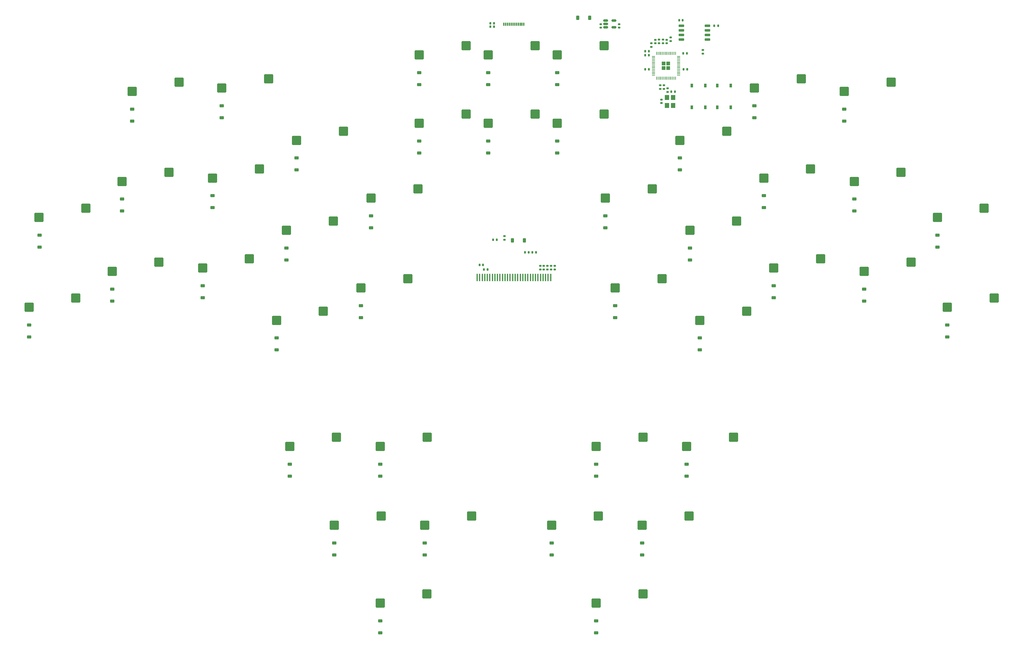
<source format=gbr>
G04 #@! TF.GenerationSoftware,KiCad,Pcbnew,(7.0.0)*
G04 #@! TF.CreationDate,2023-10-12T13:51:26-04:00*
G04 #@! TF.ProjectId,ZBox3-0,5a426f78-332d-4302-9e6b-696361645f70,rev?*
G04 #@! TF.SameCoordinates,Original*
G04 #@! TF.FileFunction,Paste,Bot*
G04 #@! TF.FilePolarity,Positive*
%FSLAX46Y46*%
G04 Gerber Fmt 4.6, Leading zero omitted, Abs format (unit mm)*
G04 Created by KiCad (PCBNEW (7.0.0)) date 2023-10-12 13:51:26*
%MOMM*%
%LPD*%
G01*
G04 APERTURE LIST*
G04 Aperture macros list*
%AMRoundRect*
0 Rectangle with rounded corners*
0 $1 Rounding radius*
0 $2 $3 $4 $5 $6 $7 $8 $9 X,Y pos of 4 corners*
0 Add a 4 corners polygon primitive as box body*
4,1,4,$2,$3,$4,$5,$6,$7,$8,$9,$2,$3,0*
0 Add four circle primitives for the rounded corners*
1,1,$1+$1,$2,$3*
1,1,$1+$1,$4,$5*
1,1,$1+$1,$6,$7*
1,1,$1+$1,$8,$9*
0 Add four rect primitives between the rounded corners*
20,1,$1+$1,$2,$3,$4,$5,0*
20,1,$1+$1,$4,$5,$6,$7,0*
20,1,$1+$1,$6,$7,$8,$9,0*
20,1,$1+$1,$8,$9,$2,$3,0*%
G04 Aperture macros list end*
%ADD10RoundRect,0.250000X-1.025000X-1.000000X1.025000X-1.000000X1.025000X1.000000X-1.025000X1.000000X0*%
%ADD11R,0.400000X2.000000*%
%ADD12RoundRect,0.140000X-0.140000X-0.170000X0.140000X-0.170000X0.140000X0.170000X-0.140000X0.170000X0*%
%ADD13RoundRect,0.225000X0.375000X-0.225000X0.375000X0.225000X-0.375000X0.225000X-0.375000X-0.225000X0*%
%ADD14RoundRect,0.140000X0.170000X-0.140000X0.170000X0.140000X-0.170000X0.140000X-0.170000X-0.140000X0*%
%ADD15RoundRect,0.140000X0.140000X0.170000X-0.140000X0.170000X-0.140000X-0.170000X0.140000X-0.170000X0*%
%ADD16R,1.200000X1.400000*%
%ADD17RoundRect,0.150000X0.650000X0.150000X-0.650000X0.150000X-0.650000X-0.150000X0.650000X-0.150000X0*%
%ADD18RoundRect,0.140000X-0.170000X0.140000X-0.170000X-0.140000X0.170000X-0.140000X0.170000X0.140000X0*%
%ADD19R,0.750000X1.000000*%
%ADD20RoundRect,0.135000X-0.185000X0.135000X-0.185000X-0.135000X0.185000X-0.135000X0.185000X0.135000X0*%
%ADD21RoundRect,0.135000X0.135000X0.185000X-0.135000X0.185000X-0.135000X-0.185000X0.135000X-0.185000X0*%
%ADD22RoundRect,0.135000X0.185000X-0.135000X0.185000X0.135000X-0.185000X0.135000X-0.185000X-0.135000X0*%
%ADD23RoundRect,0.225000X0.225000X0.375000X-0.225000X0.375000X-0.225000X-0.375000X0.225000X-0.375000X0*%
%ADD24RoundRect,0.250000X0.292217X0.292217X-0.292217X0.292217X-0.292217X-0.292217X0.292217X-0.292217X0*%
%ADD25RoundRect,0.050000X0.387500X0.050000X-0.387500X0.050000X-0.387500X-0.050000X0.387500X-0.050000X0*%
%ADD26RoundRect,0.050000X0.050000X0.387500X-0.050000X0.387500X-0.050000X-0.387500X0.050000X-0.387500X0*%
%ADD27R,0.300000X0.900000*%
%ADD28RoundRect,0.135000X-0.135000X-0.185000X0.135000X-0.185000X0.135000X0.185000X-0.135000X0.185000X0*%
%ADD29RoundRect,0.150000X-0.512500X-0.150000X0.512500X-0.150000X0.512500X0.150000X-0.512500X0.150000X0*%
G04 APERTURE END LIST*
D10*
X153103000Y-169607000D03*
X166030000Y-167067000D03*
X140398000Y-191375000D03*
X153325000Y-188835000D03*
X241351000Y-134799000D03*
X254278000Y-132259000D03*
X201957000Y-80408000D03*
X214884000Y-77868000D03*
X81822000Y-96451000D03*
X94749000Y-93911000D03*
X165398000Y-191375000D03*
X178325000Y-188835000D03*
X153059000Y-212931000D03*
X165986000Y-210391000D03*
X238586000Y-109952000D03*
X251513000Y-107412000D03*
X237692000Y-169607000D03*
X250619000Y-167067000D03*
X128103000Y-169607000D03*
X141030000Y-167067000D03*
X261755000Y-120353000D03*
X274682000Y-117813000D03*
X58876000Y-106374000D03*
X71803000Y-103834000D03*
X104040000Y-120353000D03*
X116967000Y-117813000D03*
D11*
X179849999Y-122999999D03*
X180549999Y-122999999D03*
X181249999Y-122999999D03*
X181949999Y-122999999D03*
X182649999Y-122999999D03*
X183349999Y-122999999D03*
X184049999Y-122999999D03*
X184749999Y-122999999D03*
X185449999Y-122999999D03*
X186149999Y-122999999D03*
X186849999Y-122999999D03*
X187549999Y-122999999D03*
X188249999Y-122999999D03*
X188949999Y-122999999D03*
X189649999Y-122999999D03*
X190349999Y-122999999D03*
X191049999Y-122999999D03*
X191749999Y-122999999D03*
X192449999Y-122999999D03*
X193149999Y-122999999D03*
X193849999Y-122999999D03*
X194549999Y-122999999D03*
X195249999Y-122999999D03*
X195949999Y-122999999D03*
X196649999Y-122999999D03*
X197349999Y-122999999D03*
X198049999Y-122999999D03*
X198749999Y-122999999D03*
X199449999Y-122999999D03*
X200149999Y-122999999D03*
D10*
X147804000Y-125893000D03*
X160731000Y-123353000D03*
X306918000Y-106374000D03*
X319845000Y-103834000D03*
X106805000Y-95507000D03*
X119732000Y-92967000D03*
X124444000Y-134799000D03*
X137371000Y-132259000D03*
X182915000Y-61514000D03*
X195842000Y-58974000D03*
X217991000Y-125893000D03*
X230918000Y-123353000D03*
X200397000Y-191375000D03*
X213324000Y-188835000D03*
X212692000Y-169607000D03*
X225619000Y-167067000D03*
X84586000Y-71605000D03*
X97513000Y-69065000D03*
X215226000Y-101046000D03*
X228153000Y-98506000D03*
X127209000Y-109952000D03*
X140136000Y-107412000D03*
X256429000Y-70660000D03*
X269356000Y-68120000D03*
X129973000Y-85105000D03*
X142900000Y-82565000D03*
X225397000Y-191375000D03*
X238324000Y-188835000D03*
X283972000Y-96451000D03*
X296899000Y-93911000D03*
X109365000Y-70660000D03*
X122292000Y-68120000D03*
X182915000Y-80408000D03*
X195842000Y-77868000D03*
X309683000Y-131221000D03*
X322610000Y-128681000D03*
X201957000Y-61514000D03*
X214884000Y-58974000D03*
X163874000Y-61514000D03*
X176801000Y-58974000D03*
X212735000Y-212931000D03*
X225662000Y-210391000D03*
X235822000Y-85105000D03*
X248749000Y-82565000D03*
X56111000Y-131221000D03*
X69038000Y-128681000D03*
X281208000Y-71605000D03*
X294135000Y-69065000D03*
X150569000Y-101046000D03*
X163496000Y-98506000D03*
X258990000Y-95507000D03*
X271917000Y-92967000D03*
X286737000Y-121298000D03*
X299664000Y-118758000D03*
X79057000Y-121298000D03*
X91984000Y-118758000D03*
X163874000Y-80408000D03*
X176801000Y-77868000D03*
D12*
X180500000Y-119500000D03*
X181460000Y-119500000D03*
D13*
X153059000Y-221121000D03*
X153059000Y-217821000D03*
D14*
X233250000Y-57680000D03*
X233250000Y-56720000D03*
D15*
X234430000Y-71700000D03*
X233470000Y-71700000D03*
D12*
X236770000Y-61100000D03*
X237730000Y-61100000D03*
D13*
X150569000Y-109236000D03*
X150569000Y-105936000D03*
D16*
X233949999Y-73249999D03*
X233949999Y-75449999D03*
X232249999Y-75449999D03*
X232249999Y-73249999D03*
D13*
X258990000Y-103697000D03*
X258990000Y-100397000D03*
X241351000Y-142989000D03*
X241351000Y-139689000D03*
X104040000Y-128543000D03*
X104040000Y-125243000D03*
X81822000Y-104641000D03*
X81822000Y-101341000D03*
D17*
X243400000Y-53495000D03*
X243400000Y-54765000D03*
X243400000Y-56035000D03*
X243400000Y-57305000D03*
X236200000Y-57305000D03*
X236200000Y-56035000D03*
X236200000Y-54765000D03*
X236200000Y-53495000D03*
D15*
X227230000Y-65500000D03*
X226270000Y-65500000D03*
D13*
X163874000Y-88598000D03*
X163874000Y-85298000D03*
X309683000Y-139411000D03*
X309683000Y-136111000D03*
D18*
X230400000Y-69920000D03*
X230400000Y-70880000D03*
D19*
X246124999Y-69999999D03*
X246124999Y-75999999D03*
X249874999Y-69999999D03*
X249874999Y-75999999D03*
D20*
X231150000Y-57290000D03*
X231150000Y-58310000D03*
D13*
X84586000Y-79795000D03*
X84586000Y-76495000D03*
X212692000Y-177797000D03*
X212692000Y-174497000D03*
D20*
X242200000Y-60190000D03*
X242200000Y-61210000D03*
D13*
X217991000Y-134083000D03*
X217991000Y-130783000D03*
D15*
X236580000Y-51900000D03*
X235620000Y-51900000D03*
X227230000Y-61550000D03*
X226270000Y-61550000D03*
D14*
X213950000Y-53980000D03*
X213950000Y-53020000D03*
D21*
X184520000Y-52750000D03*
X183500000Y-52750000D03*
D13*
X124444000Y-142989000D03*
X124444000Y-139689000D03*
X235822000Y-93295000D03*
X235822000Y-89995000D03*
D14*
X219050000Y-53960000D03*
X219050000Y-53000000D03*
D13*
X109365000Y-78850000D03*
X109365000Y-75550000D03*
D14*
X199250000Y-120750000D03*
X199250000Y-119790000D03*
D12*
X236870000Y-65500000D03*
X237830000Y-65500000D03*
D13*
X256429000Y-78850000D03*
X256429000Y-75550000D03*
D15*
X185230000Y-112550000D03*
X184270000Y-112550000D03*
D20*
X187400000Y-111580000D03*
X187400000Y-112600000D03*
D22*
X232450000Y-71760000D03*
X232450000Y-70740000D03*
D13*
X59000000Y-114564000D03*
X59000000Y-111264000D03*
X237692000Y-177797000D03*
X237692000Y-174497000D03*
D23*
X192900000Y-112750000D03*
X189600000Y-112750000D03*
D12*
X181750000Y-120750000D03*
X182710000Y-120750000D03*
D13*
X182915000Y-88598000D03*
X182915000Y-85298000D03*
X128103000Y-177797000D03*
X128103000Y-174497000D03*
X238586000Y-118142000D03*
X238586000Y-114842000D03*
X163874000Y-69704000D03*
X163874000Y-66404000D03*
X153103000Y-177797000D03*
X153103000Y-174497000D03*
D21*
X184510000Y-53750000D03*
X183490000Y-53750000D03*
D24*
X232637500Y-65137500D03*
X232637500Y-63862500D03*
X231362500Y-65137500D03*
X231362500Y-63862500D03*
D25*
X235437500Y-61900000D03*
X235437500Y-62300000D03*
X235437500Y-62700000D03*
X235437500Y-63100000D03*
X235437500Y-63500000D03*
X235437500Y-63900000D03*
X235437500Y-64300000D03*
X235437500Y-64700000D03*
X235437500Y-65100000D03*
X235437500Y-65500000D03*
X235437500Y-65900000D03*
X235437500Y-66300000D03*
X235437500Y-66700000D03*
X235437500Y-67100000D03*
D26*
X234600000Y-67937500D03*
X234200000Y-67937500D03*
X233800000Y-67937500D03*
X233400000Y-67937500D03*
X233000000Y-67937500D03*
X232600000Y-67937500D03*
X232200000Y-67937500D03*
X231800000Y-67937500D03*
X231400000Y-67937500D03*
X231000000Y-67937500D03*
X230600000Y-67937500D03*
X230200000Y-67937500D03*
X229800000Y-67937500D03*
X229400000Y-67937500D03*
D25*
X228562500Y-67100000D03*
X228562500Y-66700000D03*
X228562500Y-66300000D03*
X228562500Y-65900000D03*
X228562500Y-65500000D03*
X228562500Y-65100000D03*
X228562500Y-64700000D03*
X228562500Y-64300000D03*
X228562500Y-63900000D03*
X228562500Y-63500000D03*
X228562500Y-63100000D03*
X228562500Y-62700000D03*
X228562500Y-62300000D03*
X228562500Y-61900000D03*
D26*
X229400000Y-61062500D03*
X229800000Y-61062500D03*
X230200000Y-61062500D03*
X230600000Y-61062500D03*
X231000000Y-61062500D03*
X231400000Y-61062500D03*
X231800000Y-61062500D03*
X232200000Y-61062500D03*
X232600000Y-61062500D03*
X233000000Y-61062500D03*
X233400000Y-61062500D03*
X233800000Y-61062500D03*
X234200000Y-61062500D03*
X234600000Y-61062500D03*
D13*
X200397000Y-199565000D03*
X200397000Y-196265000D03*
X201957000Y-88598000D03*
X201957000Y-85298000D03*
X306918000Y-114564000D03*
X306918000Y-111264000D03*
D18*
X230750000Y-73870000D03*
X230750000Y-74830000D03*
D27*
X187249999Y-52999999D03*
X187749999Y-52999999D03*
X188249999Y-52999999D03*
X188749999Y-52999999D03*
X189249999Y-52999999D03*
X189749999Y-52999999D03*
X190249999Y-52999999D03*
X190749999Y-52999999D03*
X191249999Y-52999999D03*
X191749999Y-52999999D03*
X192249999Y-52999999D03*
X192749999Y-52999999D03*
D28*
X195080000Y-116050000D03*
X196100000Y-116050000D03*
D13*
X106805000Y-103697000D03*
X106805000Y-100397000D03*
X286737000Y-129488000D03*
X286737000Y-126188000D03*
X261755000Y-128543000D03*
X261755000Y-125243000D03*
D20*
X230070000Y-57290000D03*
X230070000Y-58310000D03*
D18*
X231430000Y-69920000D03*
X231430000Y-70880000D03*
D13*
X127209000Y-118142000D03*
X127209000Y-114842000D03*
X129973000Y-93295000D03*
X129973000Y-89995000D03*
X56111000Y-139411000D03*
X56111000Y-136111000D03*
X201957000Y-69704000D03*
X201957000Y-66404000D03*
D28*
X193030000Y-116050000D03*
X194050000Y-116050000D03*
D20*
X198250000Y-119740000D03*
X198250000Y-120760000D03*
D13*
X281208000Y-79795000D03*
X281208000Y-76495000D03*
D14*
X232200000Y-58280000D03*
X232200000Y-57320000D03*
D15*
X227230000Y-60500000D03*
X226270000Y-60500000D03*
D13*
X225397000Y-199565000D03*
X225397000Y-196265000D03*
X140398000Y-199565000D03*
X140398000Y-196265000D03*
X283972000Y-104641000D03*
X283972000Y-101341000D03*
D14*
X200250000Y-120750000D03*
X200250000Y-119790000D03*
D13*
X182915000Y-69704000D03*
X182915000Y-66404000D03*
D21*
X246360000Y-53500000D03*
X245340000Y-53500000D03*
D14*
X227950000Y-59280000D03*
X227950000Y-58320000D03*
D13*
X147804000Y-134083000D03*
X147804000Y-130783000D03*
D19*
X242874999Y-75999999D03*
X242874999Y-69999999D03*
X239124999Y-75999999D03*
X239124999Y-69999999D03*
D23*
X210900000Y-51250000D03*
X207600000Y-51250000D03*
D29*
X215362500Y-53900000D03*
X215362500Y-52950000D03*
X215362500Y-52000000D03*
X217637500Y-52000000D03*
X217637500Y-53900000D03*
D13*
X79057000Y-129488000D03*
X79057000Y-126188000D03*
D14*
X229000000Y-58280000D03*
X229000000Y-57320000D03*
D13*
X215226000Y-109236000D03*
X215226000Y-105936000D03*
D18*
X197250000Y-119790000D03*
X197250000Y-120750000D03*
D13*
X212735000Y-221121000D03*
X212735000Y-217821000D03*
D18*
X201250000Y-119790000D03*
X201250000Y-120750000D03*
D13*
X165398000Y-199565000D03*
X165398000Y-196265000D03*
M02*

</source>
